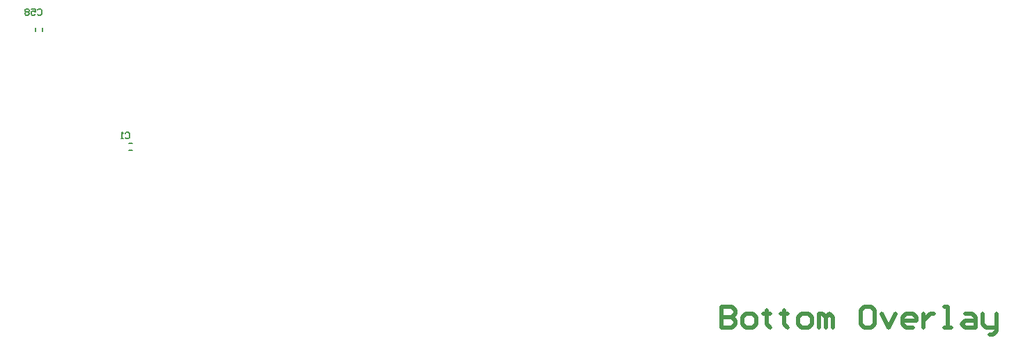
<source format=gbo>
G04 Layer_Color=32896*
%FSLAX25Y25*%
%MOIN*%
G70*
G01*
G75*
%ADD43C,0.02000*%
%ADD57C,0.00600*%
%ADD59C,0.00500*%
D43*
X875000Y437997D02*
Y428000D01*
X879998D01*
X881664Y429666D01*
Y431332D01*
X879998Y432998D01*
X875000D01*
X879998D01*
X881664Y434664D01*
Y436331D01*
X879998Y437997D01*
X875000D01*
X886663Y428000D02*
X889995D01*
X891661Y429666D01*
Y432998D01*
X889995Y434664D01*
X886663D01*
X884997Y432998D01*
Y429666D01*
X886663Y428000D01*
X896660Y436331D02*
Y434664D01*
X894993D01*
X898326D01*
X896660D01*
Y429666D01*
X898326Y428000D01*
X904990Y436331D02*
Y434664D01*
X903324D01*
X906656D01*
X904990D01*
Y429666D01*
X906656Y428000D01*
X913321D02*
X916653D01*
X918319Y429666D01*
Y432998D01*
X916653Y434664D01*
X913321D01*
X911655Y432998D01*
Y429666D01*
X913321Y428000D01*
X921652D02*
Y434664D01*
X923318D01*
X924984Y432998D01*
Y428000D01*
Y432998D01*
X926650Y434664D01*
X928316Y432998D01*
Y428000D01*
X946644Y437997D02*
X943311D01*
X941645Y436331D01*
Y429666D01*
X943311Y428000D01*
X946644D01*
X948310Y429666D01*
Y436331D01*
X946644Y437997D01*
X951642Y434664D02*
X954974Y428000D01*
X958306Y434664D01*
X966637Y428000D02*
X963305D01*
X961639Y429666D01*
Y432998D01*
X963305Y434664D01*
X966637D01*
X968303Y432998D01*
Y431332D01*
X961639D01*
X971635Y434664D02*
Y428000D01*
Y431332D01*
X973302Y432998D01*
X974968Y434664D01*
X976634D01*
X981632Y428000D02*
X984964D01*
X983298D01*
Y437997D01*
X981632D01*
X991629Y434664D02*
X994961D01*
X996627Y432998D01*
Y428000D01*
X991629D01*
X989963Y429666D01*
X991629Y431332D01*
X996627D01*
X999960Y434664D02*
Y429666D01*
X1001626Y428000D01*
X1006624D01*
Y426334D01*
X1004958Y424668D01*
X1003292D01*
X1006624Y428000D02*
Y434664D01*
D57*
X589536Y521200D02*
X590036Y521700D01*
X591036D01*
X591535Y521200D01*
Y519201D01*
X591036Y518701D01*
X590036D01*
X589536Y519201D01*
X588536Y518701D02*
X587537D01*
X588037D01*
Y521700D01*
X588536Y521200D01*
X547588Y580334D02*
X548088Y580834D01*
X549088D01*
X549587Y580334D01*
Y578335D01*
X549088Y577835D01*
X548088D01*
X547588Y578335D01*
X544589Y580834D02*
X546588D01*
Y579334D01*
X545589Y579834D01*
X545089D01*
X544589Y579334D01*
Y578335D01*
X545089Y577835D01*
X546089D01*
X546588Y578335D01*
X543589Y580334D02*
X543089Y580834D01*
X542090D01*
X541590Y580334D01*
Y579834D01*
X542090Y579334D01*
X541590Y578834D01*
Y578335D01*
X542090Y577835D01*
X543089D01*
X543589Y578335D01*
Y578834D01*
X543089Y579334D01*
X543589Y579834D01*
Y580334D01*
X543089Y579334D02*
X542090D01*
D59*
X591326Y513064D02*
X592926D01*
X591326Y516464D02*
X592926D01*
X549928Y570066D02*
Y571666D01*
X546528Y570066D02*
Y571666D01*
M02*

</source>
